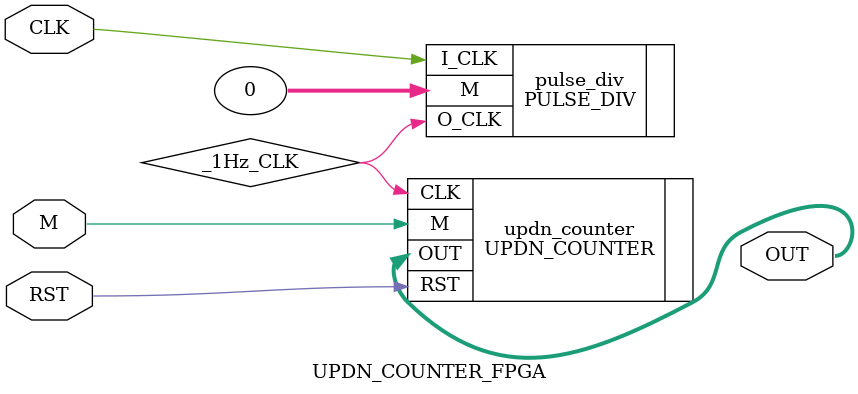
<source format=v>
`timescale 1ns / 1ps
`include "UPDN_COUNTER.v"
`include "PULSE_DIV.v"
module UPDN_COUNTER_FPGA(
	input CLK, 
	input RST,
	input M,
	output [3:0] OUT
);
    wire _1Hz_CLK;
    PULSE_DIV pulse_div(.I_CLK(CLK), .M(0), .O_CLK(_1Hz_CLK));
    UPDN_COUNTER updn_counter(.CLK(_1Hz_CLK), .RST(RST), .OUT(OUT), .M(M));

endmodule

</source>
